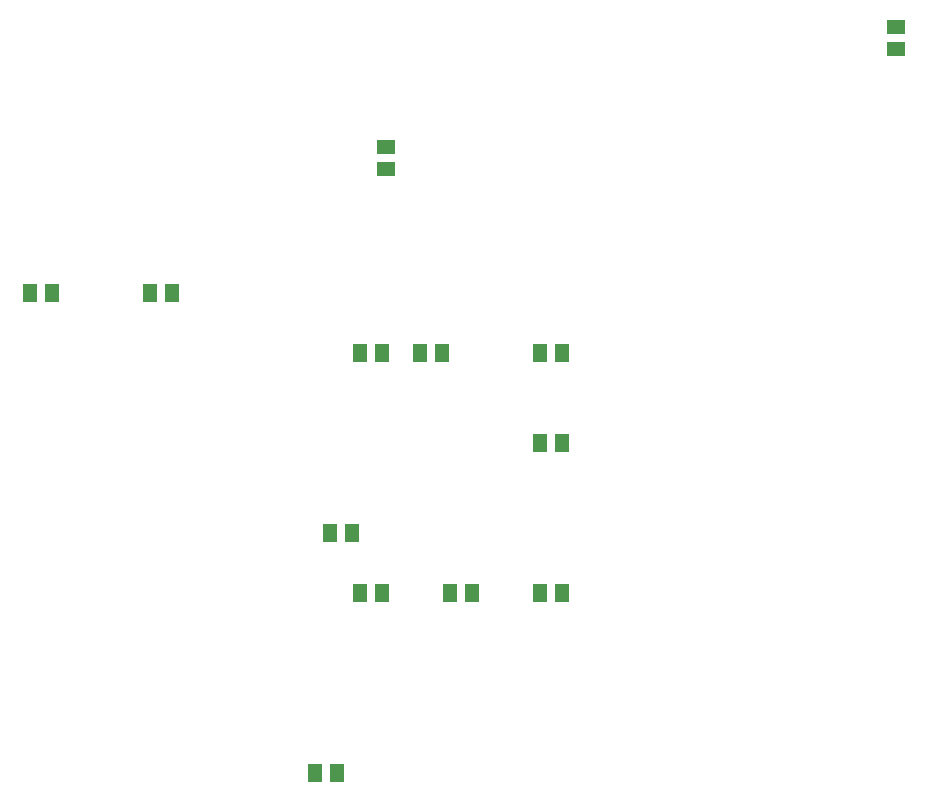
<source format=gbr>
G04 EAGLE Gerber RS-274X export*
G75*
%MOMM*%
%FSLAX34Y34*%
%LPD*%
%INSolderpaste Bottom*%
%IPPOS*%
%AMOC8*
5,1,8,0,0,1.08239X$1,22.5*%
G01*
%ADD10R,1.500000X1.300000*%
%ADD11R,1.300000X1.500000*%


D10*
X495300Y568300D03*
X495300Y549300D03*
D11*
X473100Y393700D03*
X492100Y393700D03*
X523900Y393700D03*
X542900Y393700D03*
X644500Y393700D03*
X625500Y393700D03*
X644500Y317500D03*
X625500Y317500D03*
X549300Y190500D03*
X568300Y190500D03*
X644500Y190500D03*
X625500Y190500D03*
X473100Y190500D03*
X492100Y190500D03*
X447700Y241300D03*
X466700Y241300D03*
X314300Y444500D03*
X295300Y444500D03*
X212700Y444500D03*
X193700Y444500D03*
X435000Y38100D03*
X454000Y38100D03*
D10*
X927100Y669900D03*
X927100Y650900D03*
M02*

</source>
